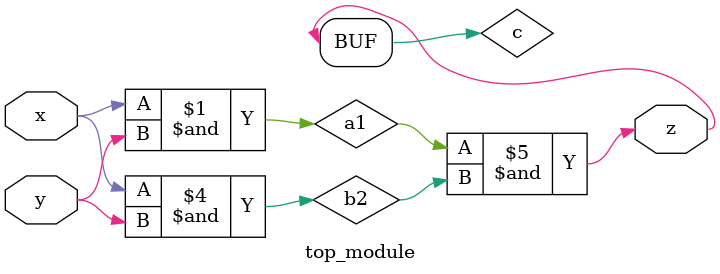
<source format=sv>
module top_module(
    input x,
    input y,
    output z
);

    wire a1, b1, a2, b2, c;

    // First gate
    and(a1, x, y);
    and(b1, y, x);

    // Second gate  
    and(a2, y, x);
    and(b2, x, y);

    // Third gate
    and(c, a1, b2);
    assign z = c;

endmodule

</source>
